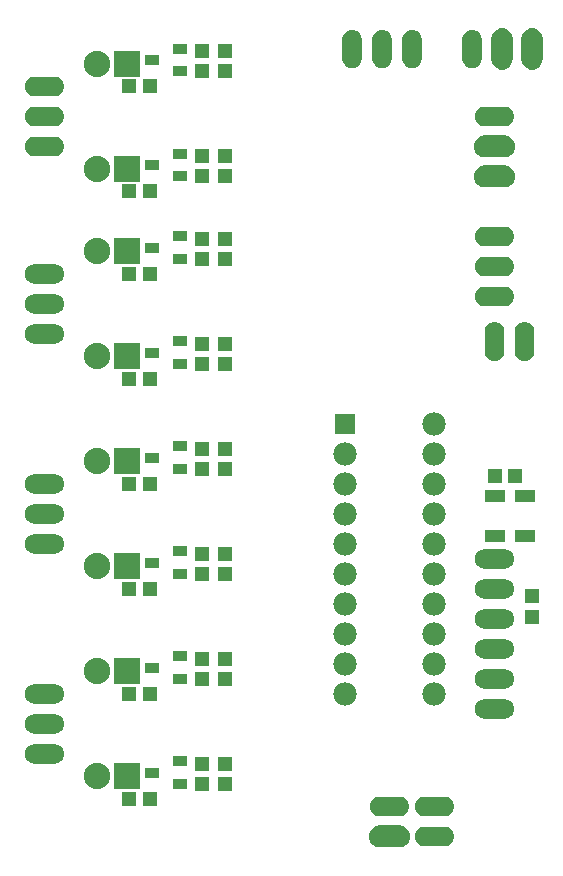
<source format=gbs>
G04 DipTrace 2.3.1.0*
%INBottomMask.gbr*%
%MOIN*%
%ADD46C,0.078*%
%ADD48R,0.0671X0.0671*%
%ADD52R,0.0493X0.0336*%
%ADD54R,0.088X0.088*%
%ADD56C,0.088*%
%ADD58R,0.071X0.0395*%
%ADD60R,0.0513X0.0474*%
%ADD62R,0.0474X0.0513*%
%FSLAX44Y44*%
G04*
G70*
G90*
G75*
G01*
%LNBotMask*%
%LPD*%
D62*
X22690Y13190D3*
Y12521D3*
D58*
X22440Y15190D3*
Y16529D3*
X21440Y15190D3*
Y16529D3*
D56*
X8190Y7190D3*
D54*
X9190D3*
D56*
X8190Y10690D3*
D54*
X9190D3*
D56*
X8190Y14190D3*
D54*
X9190D3*
D56*
X8190Y17690D3*
D54*
X9190D3*
D56*
X8190Y21190D3*
D54*
X9190D3*
D56*
X8190Y24690D3*
D54*
X9190D3*
D56*
X8190Y27440D3*
D54*
X9190D3*
D56*
X8190Y30940D3*
D54*
X9190D3*
D52*
X10940Y7690D3*
Y6942D3*
X10034Y7316D3*
X10940Y14690D3*
Y13942D3*
X10034Y14316D3*
X10940Y11190D3*
Y10442D3*
X10034Y10816D3*
X10940Y18190D3*
Y17442D3*
X10034Y17816D3*
X10940Y27940D3*
Y27192D3*
X10034Y27566D3*
X10940Y31440D3*
Y30692D3*
X10034Y31066D3*
X10940Y21690D3*
Y20942D3*
X10034Y21316D3*
X10940Y25190D3*
Y24442D3*
X10034Y24816D3*
D60*
X21440Y17190D3*
X22109D3*
X9940Y6440D3*
X9271D3*
X9940Y13440D3*
X9271D3*
X9940Y9940D3*
X9271D3*
X9940Y16940D3*
X9271D3*
D62*
X12440Y6940D3*
Y7609D3*
Y13940D3*
Y14609D3*
Y10440D3*
Y11109D3*
Y17440D3*
Y18109D3*
X11690Y6940D3*
Y7609D3*
Y13940D3*
Y14609D3*
Y10440D3*
Y11109D3*
Y17440D3*
Y18109D3*
D60*
X9940Y26690D3*
X9271D3*
X9940Y30190D3*
X9271D3*
X9940Y20440D3*
X9271D3*
D62*
X12440Y27190D3*
Y27859D3*
D60*
X9940Y23940D3*
X9271D3*
D62*
X12440Y30690D3*
Y31359D3*
X11690Y27190D3*
Y27859D3*
X12440Y20940D3*
Y21609D3*
X11690Y30690D3*
Y31359D3*
X12440Y24440D3*
Y25109D3*
X11690Y20940D3*
Y21609D3*
Y24440D3*
Y25109D3*
G36*
X20364Y31766D2*
X20384Y31877D1*
X20440Y31975D1*
X20527Y32048D1*
X20633Y32087D1*
X20746D1*
X20853Y32048D1*
X20940Y31976D1*
X20996Y31878D1*
X21016Y31766D1*
Y31114D1*
X20996Y31003D1*
X20940Y30905D1*
X20853Y30832D1*
X20747Y30793D1*
X20634D1*
X20527Y30832D1*
X20440Y30904D1*
X20384Y31002D1*
X20364Y31114D1*
Y31766D1*
G37*
G36*
X21324Y31769D2*
X21345Y31891D1*
X21409Y32001D1*
X21506Y32083D1*
X21626Y32127D1*
X21753D1*
X21873Y32084D1*
X21971Y32002D1*
X22034Y31892D1*
X22056Y31770D1*
Y31111D1*
X22035Y30989D1*
X21971Y30879D1*
X21874Y30797D1*
X21754Y30753D1*
X21627D1*
X21507Y30796D1*
X21409Y30878D1*
X21346Y30988D1*
X21324Y31110D1*
Y31769D1*
G37*
G36*
X22324D2*
X22345Y31891D1*
X22409Y32001D1*
X22506Y32083D1*
X22626Y32127D1*
X22753D1*
X22873Y32084D1*
X22971Y32002D1*
X23034Y31892D1*
X23056Y31770D1*
Y31111D1*
X23035Y30989D1*
X22971Y30879D1*
X22874Y30797D1*
X22754Y30753D1*
X22627D1*
X22507Y30796D1*
X22409Y30878D1*
X22346Y30988D1*
X22324Y31110D1*
Y31769D1*
G37*
G36*
X16364Y31766D2*
X16384Y31877D1*
X16440Y31975D1*
X16527Y32048D1*
X16633Y32087D1*
X16746D1*
X16853Y32048D1*
X16940Y31976D1*
X16996Y31878D1*
X17016Y31766D1*
Y31114D1*
X16996Y31003D1*
X16940Y30905D1*
X16853Y30832D1*
X16747Y30793D1*
X16634D1*
X16527Y30832D1*
X16440Y30904D1*
X16384Y31002D1*
X16364Y31114D1*
Y31766D1*
G37*
G36*
X17364D2*
X17384Y31877D1*
X17440Y31975D1*
X17527Y32048D1*
X17633Y32087D1*
X17746D1*
X17853Y32048D1*
X17940Y31976D1*
X17996Y31878D1*
X18016Y31766D1*
Y31114D1*
X17996Y31003D1*
X17940Y30905D1*
X17853Y30832D1*
X17747Y30793D1*
X17634D1*
X17527Y30832D1*
X17440Y30904D1*
X17384Y31002D1*
X17364Y31114D1*
Y31766D1*
G37*
G36*
X18364D2*
X18384Y31877D1*
X18440Y31975D1*
X18527Y32048D1*
X18633Y32087D1*
X18746D1*
X18853Y32048D1*
X18940Y31976D1*
X18996Y31878D1*
X19016Y31766D1*
Y31114D1*
X18996Y31003D1*
X18940Y30905D1*
X18853Y30832D1*
X18747Y30793D1*
X18634D1*
X18527Y30832D1*
X18440Y30904D1*
X18384Y31002D1*
X18364Y31114D1*
Y31766D1*
G37*
G36*
X19114Y4864D2*
X19003Y4884D1*
X18905Y4940D1*
X18832Y5027D1*
X18793Y5133D1*
Y5246D1*
X18832Y5353D1*
X18904Y5440D1*
X19002Y5496D1*
X19114Y5516D1*
X19766D1*
X19877Y5496D1*
X19975Y5440D1*
X20048Y5353D1*
X20087Y5247D1*
Y5134D1*
X20048Y5027D1*
X19976Y4940D1*
X19878Y4884D1*
X19766Y4864D1*
X19114D1*
G37*
G36*
Y5864D2*
X19003Y5884D1*
X18905Y5940D1*
X18832Y6027D1*
X18793Y6133D1*
Y6246D1*
X18832Y6353D1*
X18904Y6440D1*
X19002Y6496D1*
X19114Y6516D1*
X19766D1*
X19877Y6496D1*
X19975Y6440D1*
X20048Y6353D1*
X20087Y6247D1*
Y6134D1*
X20048Y6027D1*
X19976Y5940D1*
X19878Y5884D1*
X19766Y5864D1*
X19114D1*
G37*
G36*
X18266Y6516D2*
X18377Y6496D1*
X18475Y6440D1*
X18548Y6353D1*
X18587Y6247D1*
Y6134D1*
X18548Y6027D1*
X18476Y5940D1*
X18378Y5884D1*
X18266Y5864D1*
X17614D1*
X17503Y5884D1*
X17405Y5940D1*
X17332Y6027D1*
X17293Y6133D1*
Y6246D1*
X17332Y6353D1*
X17404Y6440D1*
X17502Y6496D1*
X17614Y6516D1*
X18266D1*
G37*
G36*
X18269Y5556D2*
X18391Y5535D1*
X18501Y5471D1*
X18583Y5374D1*
X18627Y5254D1*
Y5127D1*
X18584Y5007D1*
X18502Y4909D1*
X18392Y4846D1*
X18270Y4824D1*
X17611D1*
X17489Y4845D1*
X17379Y4909D1*
X17297Y5006D1*
X17253Y5126D1*
Y5253D1*
X17296Y5373D1*
X17378Y5471D1*
X17488Y5534D1*
X17610Y5556D1*
X18269D1*
G37*
G36*
X21766Y29516D2*
X21877Y29496D1*
X21975Y29440D1*
X22048Y29353D1*
X22087Y29247D1*
Y29134D1*
X22048Y29027D1*
X21976Y28940D1*
X21878Y28884D1*
X21766Y28864D1*
X21114D1*
X21003Y28884D1*
X20905Y28940D1*
X20832Y29027D1*
X20793Y29133D1*
Y29246D1*
X20832Y29353D1*
X20904Y29440D1*
X21002Y29496D1*
X21114Y29516D1*
X21766D1*
G37*
G36*
X21769Y28556D2*
X21891Y28535D1*
X22001Y28471D1*
X22083Y28374D1*
X22127Y28254D1*
Y28127D1*
X22084Y28007D1*
X22002Y27909D1*
X21892Y27846D1*
X21770Y27824D1*
X21111D1*
X20989Y27845D1*
X20879Y27909D1*
X20797Y28006D1*
X20753Y28126D1*
Y28253D1*
X20796Y28373D1*
X20878Y28471D1*
X20988Y28534D1*
X21110Y28556D1*
X21769D1*
G37*
G36*
Y27556D2*
X21891Y27535D1*
X22001Y27471D1*
X22083Y27374D1*
X22127Y27254D1*
Y27127D1*
X22084Y27007D1*
X22002Y26909D1*
X21892Y26846D1*
X21770Y26824D1*
X21111D1*
X20989Y26845D1*
X20879Y26909D1*
X20797Y27006D1*
X20753Y27126D1*
Y27253D1*
X20796Y27373D1*
X20878Y27471D1*
X20988Y27534D1*
X21110Y27556D1*
X21769D1*
G37*
G36*
X22766Y21364D2*
X22746Y21253D1*
X22690Y21155D1*
X22603Y21082D1*
X22497Y21043D1*
X22384D1*
X22277Y21082D1*
X22190Y21154D1*
X22134Y21252D1*
X22114Y21364D1*
Y22016D1*
X22134Y22127D1*
X22190Y22225D1*
X22277Y22298D1*
X22383Y22337D1*
X22496D1*
X22603Y22298D1*
X22690Y22226D1*
X22746Y22128D1*
X22766Y22016D1*
Y21364D1*
G37*
G36*
X21766D2*
X21746Y21253D1*
X21690Y21155D1*
X21603Y21082D1*
X21497Y21043D1*
X21384D1*
X21277Y21082D1*
X21190Y21154D1*
X21134Y21252D1*
X21114Y21364D1*
Y22016D1*
X21134Y22127D1*
X21190Y22225D1*
X21277Y22298D1*
X21383Y22337D1*
X21496D1*
X21603Y22298D1*
X21690Y22226D1*
X21746Y22128D1*
X21766Y22016D1*
Y21364D1*
G37*
G36*
Y25516D2*
X21877Y25496D1*
X21975Y25440D1*
X22048Y25353D1*
X22087Y25247D1*
Y25134D1*
X22048Y25027D1*
X21976Y24940D1*
X21878Y24884D1*
X21766Y24864D1*
X21114D1*
X21003Y24884D1*
X20905Y24940D1*
X20832Y25027D1*
X20793Y25133D1*
Y25246D1*
X20832Y25353D1*
X20904Y25440D1*
X21002Y25496D1*
X21114Y25516D1*
X21766D1*
G37*
G36*
Y24516D2*
X21877Y24496D1*
X21975Y24440D1*
X22048Y24353D1*
X22087Y24247D1*
Y24134D1*
X22048Y24027D1*
X21976Y23940D1*
X21878Y23884D1*
X21766Y23864D1*
X21114D1*
X21003Y23884D1*
X20905Y23940D1*
X20832Y24027D1*
X20793Y24133D1*
Y24246D1*
X20832Y24353D1*
X20904Y24440D1*
X21002Y24496D1*
X21114Y24516D1*
X21766D1*
G37*
G36*
Y23516D2*
X21877Y23496D1*
X21975Y23440D1*
X22048Y23353D1*
X22087Y23247D1*
Y23134D1*
X22048Y23027D1*
X21976Y22940D1*
X21878Y22884D1*
X21766Y22864D1*
X21114D1*
X21003Y22884D1*
X20905Y22940D1*
X20832Y23027D1*
X20793Y23133D1*
Y23246D1*
X20832Y23353D1*
X20904Y23440D1*
X21002Y23496D1*
X21114Y23516D1*
X21766D1*
G37*
D48*
X16440Y18940D3*
D46*
Y17940D3*
Y16940D3*
Y15940D3*
Y14940D3*
Y13940D3*
Y12940D3*
Y11940D3*
Y10940D3*
Y9940D3*
X19432Y18940D3*
Y17940D3*
Y16940D3*
Y15940D3*
Y14940D3*
Y13940D3*
Y12940D3*
Y11940D3*
Y10940D3*
Y9940D3*
G36*
X21766Y14766D2*
X21877Y14746D1*
X21975Y14690D1*
X22048Y14603D1*
X22087Y14497D1*
Y14384D1*
X22048Y14277D1*
X21976Y14190D1*
X21878Y14134D1*
X21766Y14114D1*
X21114D1*
X21003Y14134D1*
X20905Y14190D1*
X20832Y14277D1*
X20793Y14383D1*
Y14496D1*
X20832Y14603D1*
X20904Y14690D1*
X21002Y14746D1*
X21114Y14766D1*
X21766D1*
G37*
G36*
Y13766D2*
X21877Y13746D1*
X21975Y13690D1*
X22048Y13603D1*
X22087Y13497D1*
Y13384D1*
X22048Y13277D1*
X21976Y13190D1*
X21878Y13134D1*
X21766Y13114D1*
X21114D1*
X21003Y13134D1*
X20905Y13190D1*
X20832Y13277D1*
X20793Y13383D1*
Y13496D1*
X20832Y13603D1*
X20904Y13690D1*
X21002Y13746D1*
X21114Y13766D1*
X21766D1*
G37*
G36*
Y12766D2*
X21877Y12746D1*
X21975Y12690D1*
X22048Y12603D1*
X22087Y12497D1*
Y12384D1*
X22048Y12277D1*
X21976Y12190D1*
X21878Y12134D1*
X21766Y12114D1*
X21114D1*
X21003Y12134D1*
X20905Y12190D1*
X20832Y12277D1*
X20793Y12383D1*
Y12496D1*
X20832Y12603D1*
X20904Y12690D1*
X21002Y12746D1*
X21114Y12766D1*
X21766D1*
G37*
G36*
Y11766D2*
X21877Y11746D1*
X21975Y11690D1*
X22048Y11603D1*
X22087Y11497D1*
Y11384D1*
X22048Y11277D1*
X21976Y11190D1*
X21878Y11134D1*
X21766Y11114D1*
X21114D1*
X21003Y11134D1*
X20905Y11190D1*
X20832Y11277D1*
X20793Y11383D1*
Y11496D1*
X20832Y11603D1*
X20904Y11690D1*
X21002Y11746D1*
X21114Y11766D1*
X21766D1*
G37*
G36*
Y10766D2*
X21877Y10746D1*
X21975Y10690D1*
X22048Y10603D1*
X22087Y10497D1*
Y10384D1*
X22048Y10277D1*
X21976Y10190D1*
X21878Y10134D1*
X21766Y10114D1*
X21114D1*
X21003Y10134D1*
X20905Y10190D1*
X20832Y10277D1*
X20793Y10383D1*
Y10496D1*
X20832Y10603D1*
X20904Y10690D1*
X21002Y10746D1*
X21114Y10766D1*
X21766D1*
G37*
G36*
Y9766D2*
X21877Y9746D1*
X21975Y9690D1*
X22048Y9603D1*
X22087Y9497D1*
Y9384D1*
X22048Y9277D1*
X21976Y9190D1*
X21878Y9134D1*
X21766Y9114D1*
X21114D1*
X21003Y9134D1*
X20905Y9190D1*
X20832Y9277D1*
X20793Y9383D1*
Y9496D1*
X20832Y9603D1*
X20904Y9690D1*
X21002Y9746D1*
X21114Y9766D1*
X21766D1*
G37*
G36*
X6114Y7614D2*
X6003Y7634D1*
X5905Y7690D1*
X5832Y7777D1*
X5793Y7883D1*
Y7996D1*
X5832Y8103D1*
X5904Y8190D1*
X6002Y8246D1*
X6114Y8266D1*
X6766D1*
X6877Y8246D1*
X6975Y8190D1*
X7048Y8103D1*
X7087Y7997D1*
Y7884D1*
X7048Y7777D1*
X6976Y7690D1*
X6878Y7634D1*
X6766Y7614D1*
X6114D1*
G37*
G36*
Y8614D2*
X6003Y8634D1*
X5905Y8690D1*
X5832Y8777D1*
X5793Y8883D1*
Y8996D1*
X5832Y9103D1*
X5904Y9190D1*
X6002Y9246D1*
X6114Y9266D1*
X6766D1*
X6877Y9246D1*
X6975Y9190D1*
X7048Y9103D1*
X7087Y8997D1*
Y8884D1*
X7048Y8777D1*
X6976Y8690D1*
X6878Y8634D1*
X6766Y8614D1*
X6114D1*
G37*
G36*
Y9614D2*
X6003Y9634D1*
X5905Y9690D1*
X5832Y9777D1*
X5793Y9883D1*
Y9996D1*
X5832Y10103D1*
X5904Y10190D1*
X6002Y10246D1*
X6114Y10266D1*
X6766D1*
X6877Y10246D1*
X6975Y10190D1*
X7048Y10103D1*
X7087Y9997D1*
Y9884D1*
X7048Y9777D1*
X6976Y9690D1*
X6878Y9634D1*
X6766Y9614D1*
X6114D1*
G37*
G36*
Y14614D2*
X6003Y14634D1*
X5905Y14690D1*
X5832Y14777D1*
X5793Y14883D1*
Y14996D1*
X5832Y15103D1*
X5904Y15190D1*
X6002Y15246D1*
X6114Y15266D1*
X6766D1*
X6877Y15246D1*
X6975Y15190D1*
X7048Y15103D1*
X7087Y14997D1*
Y14884D1*
X7048Y14777D1*
X6976Y14690D1*
X6878Y14634D1*
X6766Y14614D1*
X6114D1*
G37*
G36*
Y15614D2*
X6003Y15634D1*
X5905Y15690D1*
X5832Y15777D1*
X5793Y15883D1*
Y15996D1*
X5832Y16103D1*
X5904Y16190D1*
X6002Y16246D1*
X6114Y16266D1*
X6766D1*
X6877Y16246D1*
X6975Y16190D1*
X7048Y16103D1*
X7087Y15997D1*
Y15884D1*
X7048Y15777D1*
X6976Y15690D1*
X6878Y15634D1*
X6766Y15614D1*
X6114D1*
G37*
G36*
Y16614D2*
X6003Y16634D1*
X5905Y16690D1*
X5832Y16777D1*
X5793Y16883D1*
Y16996D1*
X5832Y17103D1*
X5904Y17190D1*
X6002Y17246D1*
X6114Y17266D1*
X6766D1*
X6877Y17246D1*
X6975Y17190D1*
X7048Y17103D1*
X7087Y16997D1*
Y16884D1*
X7048Y16777D1*
X6976Y16690D1*
X6878Y16634D1*
X6766Y16614D1*
X6114D1*
G37*
G36*
Y21614D2*
X6003Y21634D1*
X5905Y21690D1*
X5832Y21777D1*
X5793Y21883D1*
Y21996D1*
X5832Y22103D1*
X5904Y22190D1*
X6002Y22246D1*
X6114Y22266D1*
X6766D1*
X6877Y22246D1*
X6975Y22190D1*
X7048Y22103D1*
X7087Y21997D1*
Y21884D1*
X7048Y21777D1*
X6976Y21690D1*
X6878Y21634D1*
X6766Y21614D1*
X6114D1*
G37*
G36*
Y22614D2*
X6003Y22634D1*
X5905Y22690D1*
X5832Y22777D1*
X5793Y22883D1*
Y22996D1*
X5832Y23103D1*
X5904Y23190D1*
X6002Y23246D1*
X6114Y23266D1*
X6766D1*
X6877Y23246D1*
X6975Y23190D1*
X7048Y23103D1*
X7087Y22997D1*
Y22884D1*
X7048Y22777D1*
X6976Y22690D1*
X6878Y22634D1*
X6766Y22614D1*
X6114D1*
G37*
G36*
Y23614D2*
X6003Y23634D1*
X5905Y23690D1*
X5832Y23777D1*
X5793Y23883D1*
Y23996D1*
X5832Y24103D1*
X5904Y24190D1*
X6002Y24246D1*
X6114Y24266D1*
X6766D1*
X6877Y24246D1*
X6975Y24190D1*
X7048Y24103D1*
X7087Y23997D1*
Y23884D1*
X7048Y23777D1*
X6976Y23690D1*
X6878Y23634D1*
X6766Y23614D1*
X6114D1*
G37*
G36*
Y27864D2*
X6003Y27884D1*
X5905Y27940D1*
X5832Y28027D1*
X5793Y28133D1*
Y28246D1*
X5832Y28353D1*
X5904Y28440D1*
X6002Y28496D1*
X6114Y28516D1*
X6766D1*
X6877Y28496D1*
X6975Y28440D1*
X7048Y28353D1*
X7087Y28247D1*
Y28134D1*
X7048Y28027D1*
X6976Y27940D1*
X6878Y27884D1*
X6766Y27864D1*
X6114D1*
G37*
G36*
Y28864D2*
X6003Y28884D1*
X5905Y28940D1*
X5832Y29027D1*
X5793Y29133D1*
Y29246D1*
X5832Y29353D1*
X5904Y29440D1*
X6002Y29496D1*
X6114Y29516D1*
X6766D1*
X6877Y29496D1*
X6975Y29440D1*
X7048Y29353D1*
X7087Y29247D1*
Y29134D1*
X7048Y29027D1*
X6976Y28940D1*
X6878Y28884D1*
X6766Y28864D1*
X6114D1*
G37*
G36*
Y29864D2*
X6003Y29884D1*
X5905Y29940D1*
X5832Y30027D1*
X5793Y30133D1*
Y30246D1*
X5832Y30353D1*
X5904Y30440D1*
X6002Y30496D1*
X6114Y30516D1*
X6766D1*
X6877Y30496D1*
X6975Y30440D1*
X7048Y30353D1*
X7087Y30247D1*
Y30134D1*
X7048Y30027D1*
X6976Y29940D1*
X6878Y29884D1*
X6766Y29864D1*
X6114D1*
G37*
M02*

</source>
